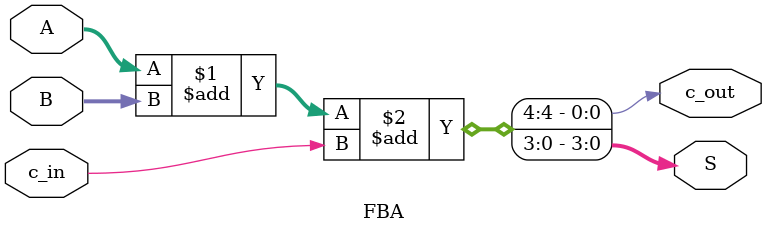
<source format=v>
module FBA( input[3:0]A,
           input [3:0]B,
           input c_in,
           output c_out,
           output [3:0]S);
    
  assign {c_out,S} = A + B + c_in;
endmodule
</source>
